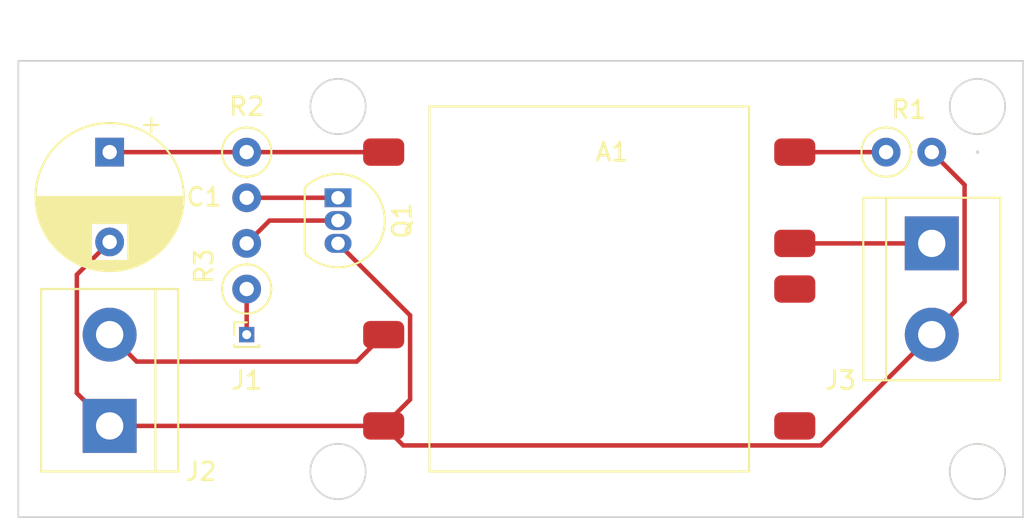
<source format=kicad_pcb>
(kicad_pcb (version 20211014) (generator pcbnew)
  (layers (0 "F.Cu" signal) (31 "B.Cu" signal) (34 "B.Paste" user) (35 "F.Paste" user) (36 "B.SilkS" user "B.Silkscreen") (37 "F.SilkS" user "F.Silkscreen") (38 "B.Mask" user) (39 "F.Mask" user) (44 "Edge.Cuts" user))
  (net 0 "")
  (net 1 "Net-(A1-Pad1)")
  (net 2 "+12V")
  (net 3 "GND")
  (net 6 "+5V")
  (net 7 "Net-(A1-Pad7)")
  (net 8 "Net-(J1-Pad1)")
  (net 9 "Net-(Q1-Pad1)")
  (net 10 "Net-(Q1-Pad2)")
  (footprint "Package_TO_SOT_THT:TO-92_Inline" (layer "F.Cu") (at 101.6 83.82 -90)
    (fp_text reference "Q1" (at 1.27 -3.56 90) (layer "F.SilkS"))
    (fp_text value "BC548")
    (fp_line (start -0.53 1.85) (end 3.07 1.85) (layer "F.SilkS") (width 0.12))
    (fp_arc (start 1.27 -2.6) (mid 3.672087 -0.994977) (end 3.108478 1.838478) (layer "F.SilkS") (width 0.12))
    (fp_arc (start -0.568478 1.838478) (mid -1.132087 -0.994977) (end 1.27 -2.6) (layer "F.SilkS") (width 0.12))
    (pad "1" thru_hole rect (at 0 0 270) (size 1.05 1.5) (drill 0.75) (layers *.Cu *.Mask) (net 9 "Net-(Q1-Pad1)"))
    (pad "2" thru_hole oval (at 1.27 0 270) (size 1.05 1.5) (drill 0.75) (layers *.Cu *.Mask) (net 10 "Net-(Q1-Pad2)"))
    (pad "3" thru_hole oval (at 2.54 0 270) (size 1.05 1.5) (drill 0.75) (layers *.Cu *.Mask) (net 3 "GND"))
  )
  (footprint "Connector_PinHeader_1.00mm:PinHeader_1x01_P1.00mm_Vertical" (layer "F.Cu") (at 96.52 91.44)
    (fp_text reference "J1" (at 0 2.54) (layer "F.SilkS"))
    (fp_text value "GPIO in")
    (fp_line (start -0.695 0) (end -0.695 -0.685) (layer "F.SilkS") (width 0.12))
    (fp_line (start -0.695 -0.685) (end 0 -0.685) (layer "F.SilkS") (width 0.12))
    (fp_line (start 0.608276 0.685) (end 0.695 0.685) (layer "F.SilkS") (width 0.12))
    (fp_line (start -0.695 0.685) (end -0.695 0.56) (layer "F.SilkS") (width 0.12))
    (fp_line (start -0.695 0.685) (end 0.695 0.685) (layer "F.SilkS") (width 0.12))
    (fp_line (start -0.695 0.685) (end -0.608276 0.685) (layer "F.SilkS") (width 0.12))
    (fp_line (start 0.695 0.685) (end 0.695 0.56) (layer "F.SilkS") (width 0.12))
    (pad "1" thru_hole rect (at 0 0) (size 0.85 0.85) (drill 0.5) (layers *.Cu *.Mask) (net 8 "Net-(J1-Pad1)"))
  )
  (footprint "Module:KIS-3R33S package" (layer "F.Cu") (at 116.84 86.36)
    (fp_text reference "A1" (at 0 -5.08 unlocked) (layer "F.SilkS"))
    (fp_text value "KIS-3R33")
    (fp_rect (start -10.16 -7.62) (end 7.62 12.7) (layer "F.SilkS") (width 0.12) (fill none))
    (pad "1" smd roundrect (at -12.7 -5.08) (size 2.286 1.524) (layers "F.Cu" "F.Paste" "F.Mask") (net 1 "Net-(A1-Pad1)"))
    (pad "2" smd roundrect (at -12.7 5.08) (size 2.286 1.524) (layers "F.Cu" "F.Paste" "F.Mask") (net 2 "+12V"))
    (pad "3" smd roundrect (at -12.7 10.16) (size 2.286 1.524) (layers "F.Cu" "F.Paste" "F.Mask") (net 3 "GND"))
    (pad "4" smd roundrect (at 10.16 10.16) (size 2.286 1.524) (layers "F.Cu" "F.Paste" "F.Mask"))
    (pad "5" smd roundrect (at 10.16 2.54) (size 2.286 1.524) (layers "F.Cu" "F.Paste" "F.Mask"))
    (pad "6" smd roundrect (at 10.16 0) (size 2.286 1.524) (layers "F.Cu" "F.Paste" "F.Mask") (net 6 "+5V"))
    (pad "7" smd roundrect (at 10.16 -5.08) (size 2.286 1.524) (layers "F.Cu" "F.Paste" "F.Mask") (net 7 "Net-(A1-Pad7)"))
  )
  (footprint "TerminalBlock:TerminalBlock_bornier-2_P5.08mm" (layer "F.Cu") (at 88.9 96.52 90)
    (fp_text reference "J2" (at -2.54 5.08) (layer "F.SilkS"))
    (fp_text value "BATT")
    (fp_line (start 7.62 3.81) (end 7.62 -3.81) (layer "F.SilkS") (width 0.12))
    (fp_line (start -2.54 3.81) (end 7.62 3.81) (layer "F.SilkS") (width 0.12))
    (fp_line (start 7.62 2.54) (end -2.54 2.54) (layer "F.SilkS") (width 0.12))
    (fp_line (start 7.62 -3.81) (end -2.54 -3.81) (layer "F.SilkS") (width 0.12))
    (fp_line (start -2.54 -3.81) (end -2.54 3.81) (layer "F.SilkS") (width 0.12))
    (pad "1" thru_hole rect (at 0 0 90) (size 3 3) (drill 1.52) (layers *.Cu *.Mask) (net 3 "GND"))
    (pad "2" thru_hole circle (at 5.08 0 90) (size 3 3) (drill 1.52) (layers *.Cu *.Mask) (net 2 "+12V"))
  )
  (footprint "Resistor_THT:R_Axial_DIN0207_L6.3mm_D2.5mm_P2.54mm_Vertical" (layer "F.Cu") (at 132.08 81.28)
    (fp_text reference "R1" (at 1.27 -2.37) (layer "F.SilkS"))
    (fp_text value "10k")
    (fp_line (start 1.37 0) (end 1.44 0) (layer "F.SilkS") (width 0.12))
    (fp_circle (center 0 0) (end 1.37 0) (layer "F.SilkS") (width 0.12) (fill none))
    (pad "1" thru_hole circle (at 0 0) (size 1.6 1.6) (drill 0.8) (layers *.Cu *.Mask) (net 7 "Net-(A1-Pad7)"))
    (pad "2" thru_hole oval (at 2.54 0) (size 1.6 1.6) (drill 0.8) (layers *.Cu *.Mask) (net 3 "GND"))
  )
  (footprint "Capacitor_THT:CP_Radial_D8.0mm_P5.00mm" (layer "F.Cu") (at 88.9 81.28 -90)
    (fp_text reference "C1" (at 2.5 -5.25) (layer "F.SilkS"))
    (fp_text value "220µ")
    (fp_line (start 5.581 1.04) (end 5.581 2.697) (layer "F.SilkS") (width 0.12))
    (fp_line (start 2.58 -4.08) (end 2.58 4.08) (layer "F.SilkS") (width 0.12))
    (fp_line (start 4.541 -3.54) (end 4.541 -1.04) (layer "F.SilkS") (width 0.12))
    (fp_line (start 4.981 -3.25) (end 4.981 -1.04) (layer "F.SilkS") (width 0.12))
    (fp_line (start 3.701 -3.902) (end 3.701 3.902) (layer "F.SilkS") (width 0.12))
    (fp_line (start 4.021 1.04) (end 4.021 3.79) (layer "F.SilkS") (width 0.12))
    (fp_line (start 6.261 -1.645) (end 6.261 1.645) (layer "F.SilkS") (width 0.12))
    (fp_line (start 5.581 -2.697) (end 5.581 -1.04) (layer "F.SilkS") (width 0.12))
    (fp_line (start 5.301 1.04) (end 5.301 2.983) (layer "F.SilkS") (width 0.12))
    (fp_line (start 2.74 -4.074) (end 2.74 4.074) (layer "F.SilkS") (width 0.12))
    (fp_line (start 3.221 -4.017) (end 3.221 4.017) (layer "F.SilkS") (width 0.12))
    (fp_line (start 3.341 -3.994) (end 3.341 3.994) (layer "F.SilkS") (width 0.12))
    (fp_line (start 5.981 1.04) (end 5.981 2.166) (layer "F.SilkS") (width 0.12))
    (fp_line (start 5.701 1.04) (end 5.701 2.556) (layer "F.SilkS") (width 0.12))
    (fp_line (start 5.101 -3.156) (end 5.101 -1.04) (layer "F.SilkS") (width 0.12))
    (fp_line (start 5.621 -2.651) (end 5.621 -1.04) (layer "F.SilkS") (width 0.12))
    (fp_line (start 3.541 -3.947) (end 3.541 3.947) (layer "F.SilkS") (width 0.12))
    (fp_line (start 3.381 -3.985) (end 3.381 3.985) (layer "F.SilkS") (width 0.12))
    (fp_line (start 4.701 1.04) (end 4.701 3.444) (layer "F.SilkS") (width 0.12))
    (fp_line (start 3.981 1.04) (end 3.981 3.805) (layer "F.SilkS") (width 0.12))
    (fp_line (start 5.541 1.04) (end 5.541 2.741) (layer "F.SilkS") (width 0.12))
    (fp_line (start 4.061 1.04) (end 4.061 3.774) (layer "F.SilkS") (width 0.12))
    (fp_line (start 6.181 -1.813) (end 6.181 1.813) (layer "F.SilkS") (width 0.12))
    (fp_line (start 4.501 -3.562) (end 4.501 -1.04) (layer "F.SilkS") (width 0.12))
    (fp_line (start 4.221 -3.704) (end 4.221 -1.04) (layer "F.SilkS") (width 0.12))
    (fp_line (start 4.021 -3.79) (end 4.021 -1.04) (layer "F.SilkS") (width 0.12))
    (fp_line (start 5.861 -2.345) (end 5.861 -1.04) (layer "F.SilkS") (width 0.12))
    (fp_line (start 4.101 1.04) (end 4.101 3.757) (layer "F.SilkS") (width 0.12))
    (fp_line (start 3.301 -4.002) (end 3.301 4.002) (layer "F.SilkS") (width 0.12))
    (fp_line (start 3.821 -3.863) (end 3.821 3.863) (layer "F.SilkS") (width 0.12))
    (fp_line (start 5.301 -2.983) (end 5.301 -1.04) (layer "F.SilkS") (width 0.12))
    (fp_line (start 5.621 1.04) (end 5.621 2.651) (layer "F.SilkS") (width 0.12))
    (fp_line (start 3.581 -3.936) (end 3.581 3.936) (layer "F.SilkS") (width 0.12))
    (fp_line (start 4.381 -3.627) (end 4.381 -1.04) (layer "F.SilkS") (width 0.12))
    (fp_line (start 3.941 -3.821) (end 3.941 3.821) (layer "F.SilkS") (width 0.12))
    (fp_line (start 5.381 -2.907) (end 5.381 -1.04) (layer "F.SilkS") (width 0.12))
    (fp_line (start 4.421 1.04) (end 4.421 3.606) (layer "F.SilkS") (width 0.12))
    (fp_line (start 5.221 -3.055) (end 5.221 -1.04) (layer "F.SilkS") (width 0.12))
    (fp_line (start 3.741 -3.889) (end 3.741 3.889) (layer "F.SilkS") (width 0.12))
    (fp_line (start 4.341 1.04) (end 4.341 3.647) (layer "F.SilkS") (width 0.12))
    (fp_line (start 6.221 -1.731) (end 6.221 1.731) (layer "F.SilkS") (width 0.12))
    (fp_line (start 3.861 -3.85) (end 3.861 3.85) (layer "F.SilkS") (width 0.12))
    (fp_line (start 2.9 -4.061) (end 2.9 4.061) (layer "F.SilkS") (width 0.12))
    (fp_line (start 4.781 -3.392) (end 4.781 -1.04) (layer "F.SilkS") (width 0.12))
    (fp_line (start 4.941 -3.28) (end 4.941 -1.04) (layer "F.SilkS") (width 0.12))
    (fp_line (start 5.461 1.04) (end 5.461 2.826) (layer "F.SilkS") (width 0.12))
    (fp_line (start 4.821 1.04) (end 4.821 3.365) (layer "F.SilkS") (width 0.12))
    (fp_line (start 2.62 -4.079) (end 2.62 4.079) (layer "F.SilkS") (width 0.12))
    (fp_line (start 3.621 -3.925) (end 3.621 3.925) (layer "F.SilkS") (width 0.12))
    (fp_line (start 6.581 -0.533) (end 6.581 0.533) (layer "F.SilkS") (width 0.12))
    (fp_line (start 5.141 -3.124) (end 5.141 -1.04) (layer "F.SilkS") (width 0.12))
    (fp_line (start 5.741 1.04) (end 5.741 2.505) (layer "F.SilkS") (width 0.12))
    (fp_line (start 3.14 -4.03) (end 3.14 4.03) (layer "F.SilkS") (width 0.12))
    (fp_line (start 4.261 -3.686) (end 4.261 -1.04) (layer "F.SilkS") (width 0.12))
    (fp_line (start 5.141 1.04) (end 5.141 3.124) (layer "F.SilkS") (width 0.12))
    (fp_line (start 4.661 -3.469) (end 4.661 -1.04) (layer "F.SilkS") (width 0.12))
    (fp_line (start 5.261 1.04) (end 5.261 3.019) (layer "F.SilkS") (width 0.12))
    (fp_line (start 5.901 1.04) (end 5.901 2.287) (layer "F.SilkS") (width 0.12))
    (fp_line (start 4.861 -3.338) (end 4.861 -1.04) (layer "F.SilkS") (width 0.12))
    (fp_line (start 2.5 -4.08) (end 2.5 4.08) (layer "F.SilkS") (width 0.12))
    (fp_line (start 4.701 -3.444) (end 4.701 -1.04) (layer "F.SilkS") (width 0.12))
    (fp_line (start 3.06 -4.042) (end 3.06 4.042) (layer "F.SilkS") (width 0.12))
    (fp_line (start 5.421 -2.867) (end 5.421 -1.04) (layer "F.SilkS") (width 0.12))
    (fp_line (start 5.821 -2.4) (end 5.821 -1.04) (layer "F.SilkS") (width 0.12))
    (fp_line (start 3.901 -3.835) (end 3.901 3.835) (layer "F.SilkS") (width 0.12))
    (fp_line (start 6.101 -1.964) (end 6.101 1.964) (layer "F.SilkS") (width 0.12))
    (fp_line (start 3.02 -4.048) (end 3.02 4.048) (layer "F.SilkS") (width 0.12))
    (fp_line (start 4.661 1.04) (end 4.661 3.469) (layer "F.SilkS") (width 0.12))
    (fp_line (start 5.181 -3.09) (end 5.181 -1.04) (layer "F.SilkS") (width 0.12))
    (fp_line (start 5.501 -2.784) (end 5.501 -1.04) (layer "F.SilkS") (width 0.12))
    (fp_line (start 4.461 -3.584) (end 4.461 -1.04) (layer "F.SilkS") (width 0.12))
    (fp_line (start 5.181 1.04) (end 5.181 3.09) (layer "F.SilkS") (width 0.12))
    (fp_line (start 6.501 -0.948) (end 6.501 0.948) (layer "F.SilkS") (width 0.12))
    (fp_line (start 4.181 1.04) (end 4.181 3.722) (layer "F.SilkS") (width 0.12))
    (fp_line (start 5.501 1.04) (end 5.501 2.784) (layer "F.SilkS") (width 0.12))
    (fp_line (start 3.661 -3.914) (end 3.661 3.914) (layer "F.SilkS") (width 0.12))
    (fp_line (start 5.421 1.04) (end 5.421 2.867) (layer "F.SilkS") (width 0.12))
    (fp_line (start 5.101 1.04) (end 5.101 3.156) (layer "F.SilkS") (width 0.12))
    (fp_line (start 5.781 1.04) (end 5.781 2.454) (layer "F.SilkS") (width 0.12))
    (fp_line (start 5.341 1.04) (end 5.341 2.945) (layer "F.SilkS") (width 0.12))
    (fp_line (start 5.461 -2.826) (end 5.461 -1.04) (layer "F.SilkS") (width 0.12))
    (fp_line (start 6.141 -1.89) (end 6.141 1.89) (layer "F.SilkS") (width 0.12))
    (fp_line (start 4.541 1.04) (end 4.541 3.54) (layer "F.SilkS") (width 0.12))
    (fp_line (start 5.981 -2.166) (end 5.981 -1.04) (layer "F.SilkS") (width 0.12))
    (fp_line (start 3.461 -3.967) (end 3.461 3.967) (layer "F.SilkS") (width 0.12))
    (fp_line (start 5.021 1.04) (end 5.021 3.22) (layer "F.SilkS") (width 0.12))
    (fp_line (start 6.341 -1.453) (end 6.341 1.453) (layer "F.SilkS") (width 0.12))
    (fp_line (start 5.901 -2.287) (end 5.901 -1.04) (layer "F.SilkS") (width 0.12))
    (fp_line (start 6.381 -1.346) (end 6.381 1.346) (layer "F.SilkS") (width 0.12))
    (fp_line (start 2.78 -4.071) (end 2.78 4.071) (layer "F.SilkS") (width 0.12))
    (fp_line (start 4.901 1.04) (end 4.901 3.309) (layer "F.SilkS") (width 0.12))
    (fp_line (start 5.781 -2.454) (end 5.781 -1.04) (layer "F.SilkS") (width 0.12))
    (fp_line (start 5.661 -2.604) (end 5.661 -1.04) (layer "F.SilkS") (width 0.12))
    (fp_line (start 4.221 1.04) (end 4.221 3.704) (layer "F.SilkS") (width 0.12))
    (fp_line (start 4.741 -3.418) (end 4.741 -1.04) (layer "F.SilkS") (width 0.12))
    (fp_line (start 4.981 1.04) (end 4.981 3.25) (layer "F.SilkS") (width 0.12))
    (fp_line (start 5.701 -2.556) (end 5.701 -1.04) (layer "F.SilkS") (width 0.12))
    (fp_line (start 4.861 1.04) (end 4.861 3.338) (layer "F.SilkS") (width 0.12))
    (fp_line (start -1.909698 -2.315) (end -1.109698 -2.315) (layer "F.SilkS") (width 0.12))
    (fp_line (start 5.861 1.04) (end 5.861 2.345) (layer "F.SilkS") (width 0.12))
    (fp_line (start 5.541 -2.741) (end 5.541 -1.04) (layer "F.SilkS") (width 0.12))
    (fp_line (start 3.18 -4.024) (end 3.18 4.024) (layer "F.SilkS") (width 0.12))
    (fp_line (start 4.741 1.04) (end 4.741 3.418) (layer "F.SilkS") (width 0.12))
    (fp_line (start 5.061 1.04) (end 5.061 3.189) (layer "F.SilkS") (width 0.12))
    (fp_line (start 5.021 -3.22) (end 5.021 -1.04) (layer "F.SilkS") (width 0.12))
    (fp_line (start 4.261 1.04) (end 4.261 3.686) (layer "F.SilkS") (width 0.12))
    (fp_line (start 2.7 -4.076) (end 2.7 4.076) (layer "F.SilkS") (width 0.12))
    (fp_line (start 5.741 -2.505) (end 5.741 -1.04) (layer "F.SilkS") (width 0.12))
    (fp_line (start 4.461 1.04) (end 4.461 3.584) (layer "F.SilkS") (width 0.12))
    (fp_line (start 4.061 -3.774) (end 4.061 -1.04) (layer "F.SilkS") (width 0.12))
    (fp_line (start 5.661 1.04) (end 5.661 2.604) (layer "F.SilkS") (width 0.12))
    (fp_line (start 2.54 -4.08) (end 2.54 4.08) (layer "F.SilkS") (width 0.12))
    (fp_line (start 4.781 1.04) (end 4.781 3.392) (layer "F.SilkS") (width 0.12))
    (fp_line (start 3.421 -3.976) (end 3.421 3.976) (layer "F.SilkS") (width 0.12))
    (fp_line (start 4.421 -3.606) (end 4.421 -1.04) (layer "F.SilkS") (width 0.12))
    (fp_line (start 2.94 -4.057) (end 2.94 4.057) (layer "F.SilkS") (width 0.12))
    (fp_line (start 3.981 -3.805) (end 3.981 -1.04) (layer "F.SilkS") (width 0.12))
    (fp_line (start 2.86 -4.065) (end 2.86 4.065) (layer "F.SilkS") (width 0.12))
    (fp_line (start 4.341 -3.647) (end 4.341 -1.04) (layer "F.SilkS") (width 0.12))
    (fp_line (start 5.821 1.04) (end 5.821 2.4) (layer "F.SilkS") (width 0.12))
    (fp_line (start 4.821 -3.365) (end 4.821 -1.04) (layer "F.SilkS") (width 0.12))
    (fp_line (start 4.501 1.04) (end 4.501 3.562) (layer "F.SilkS") (width 0.12))
    (fp_line (start 4.101 -3.757) (end 4.101 -1.04) (layer "F.SilkS") (width 0.12))
    (fp_line (start 4.141 1.04) (end 4.141 3.74) (layer "F.SilkS") (width 0.12))
    (fp_line (start 5.341 -2.945) (end 5.341 -1.04) (layer "F.SilkS") (width 0.12))
    (fp_line (start 3.781 -3.877) (end 3.781 3.877) (layer "F.SilkS") (width 0.12))
    (fp_line (start 6.021 1.04) (end 6.021 2.102) (layer "F.SilkS") (width 0.12))
    (fp_line (start 5.941 1.04) (end 5.941 2.228) (layer "F.SilkS") (width 0.12))
    (fp_line (start 6.461 -1.098) (end 6.461 1.098) (layer "F.SilkS") (width 0.12))
    (fp_line (start 4.301 -3.666) (end 4.301 -1.04) (layer "F.SilkS") (width 0.12))
    (fp_line (start 4.381 1.04) (end 4.381 3.627) (layer "F.SilkS") (width 0.12))
    (fp_line (start -1.509698 -2.715) (end -1.509698 -1.915) (layer "F.SilkS") (width 0.12))
    (fp_line (start 4.621 1.04) (end 4.621 3.493) (layer "F.SilkS") (width 0.12))
    (fp_line (start 4.941 1.04) (end 4.941 3.28) (layer "F.SilkS") (width 0.12))
    (fp_line (start 4.301 1.04) (end 4.301 3.666) (layer "F.SilkS") (width 0.12))
    (fp_line (start 5.381 1.04) (end 5.381 2.907) (layer "F.SilkS") (width 0.12))
    (fp_line (start 5.261 -3.019) (end 5.261 -1.04) (layer "F.SilkS") (width 0.12))
    (fp_line (start 3.501 -3.957) (end 3.501 3.957) (layer "F.SilkS") (width 0.12))
    (fp_line (start 6.301 -1.552) (end 6.301 1.552) (layer "F.SilkS") (width 0.12))
    (fp_line (start 4.141 -3.74) (end 4.141 -1.04) (layer "F.SilkS") (width 0.12))
    (fp_line (start 6.421 -1.229) (end 6.421 1.229) (layer "F.SilkS") (width 0.12))
    (fp_line (start 4.621 -3.493) (end 4.621 -1.04) (layer "F.SilkS") (width 0.12))
    (fp_line (start 2.98 -4.052) (end 2.98 4.052) (layer "F.SilkS") (width 0.12))
    (fp_line (start 5.221 1.04) (end 5.221 3.055) (layer "F.SilkS") (width 0.12))
    (fp_line (start 5.061 -3.189) (end 5.061 -1.04) (layer "F.SilkS") (width 0.12))
    (fp_line (start 4.581 -3.517) (end 4.581 -1.04) (layer "F.SilkS") (width 0.12))
    (fp_line (start 3.1 -4.037) (end 3.1 4.037) (layer "F.SilkS") (width 0.12))
    (fp_line (start 6.021 -2.102) (end 6.021 -1.04) (layer "F.SilkS") (width 0.12))
    (fp_line (start 3.261 -4.01) (end 3.261 4.01) (layer "F.SilkS") (width 0.12))
    (fp_line (start 6.061 -2.034) (end 6.061 2.034) (layer "F.SilkS") (width 0.12))
    (fp_line (start 5.941 -2.228) (end 5.941 -1.04) (layer "F.SilkS") (width 0.12))
    (fp_line (start 4.181 -3.722) (end 4.181 -1.04) (layer "F.SilkS") (width 0.12))
    (fp_line (start 6.541 -0.768) (end 6.541 0.768) (layer "F.SilkS") (width 0.12))
    (fp_line (start 4.581 1.04) (end 4.581 3.517) (layer "F.SilkS") (width 0.12))
    (fp_line (start 2.66 -4.077) (end 2.66 4.077) (layer "F.SilkS") (width 0.12))
    (fp_line (start 4.901 -3.309) (end 4.901 -1.04) (layer "F.SilkS") (width 0.12))
    (fp_line (start 2.82 -4.068) (end 2.82 4.068) (layer "F.SilkS") (width 0.12))
    (fp_circle (center 2.5 0) (end 6.62 0) (layer "F.SilkS") (width 0.12) (fill none))
    (pad "1" thru_hole rect (at 0 0 270) (size 1.6 1.6) (drill 0.8) (layers *.Cu *.Mask) (net 1 "Net-(A1-Pad1)"))
    (pad "2" thru_hole circle (at 5 0 270) (size 1.6 1.6) (drill 0.8) (layers *.Cu *.Mask) (net 3 "GND"))
  )
  (footprint "TerminalBlock:TerminalBlock_bornier-2_P5.08mm" (layer "F.Cu") (at 134.62 86.36 -90)
    (fp_text reference "J3" (at 7.62 5.08) (layer "F.SilkS"))
    (fp_text value "rPi 5V")
    (fp_line (start 7.62 2.54) (end -2.54 2.54) (layer "F.SilkS") (width 0.12))
    (fp_line (start -2.54 3.81) (end 7.62 3.81) (layer "F.SilkS") (width 0.12))
    (fp_line (start -2.54 -3.81) (end -2.54 3.81) (layer "F.SilkS") (width 0.12))
    (fp_line (start 7.62 3.81) (end 7.62 -3.81) (layer "F.SilkS") (width 0.12))
    (fp_line (start 7.62 -3.81) (end -2.54 -3.81) (layer "F.SilkS") (width 0.12))
    (pad "1" thru_hole rect (at 0 0 270) (size 3 3) (drill 1.52) (layers *.Cu *.Mask) (net 6 "+5V"))
    (pad "2" thru_hole circle (at 5.08 0 270) (size 3 3) (drill 1.52) (layers *.Cu *.Mask) (net 3 "GND"))
  )
  (footprint "Resistor_THT:R_Axial_DIN0207_L6.3mm_D2.5mm_P2.54mm_Vertical" (layer "F.Cu") (at 96.52 81.28 -90)
    (fp_text reference "R2" (at -2.54 0) (layer "F.SilkS"))
    (fp_text value "220")
    (fp_line (start 1.37 0) (end 1.44 0) (layer "F.SilkS") (width 0.12))
    (fp_circle (center 0 0) (end 1.37 0) (layer "F.SilkS") (width 0.12) (fill none))
    (pad "1" thru_hole circle (at 0 0 270) (size 1.6 1.6) (drill 0.8) (layers *.Cu *.Mask) (net 1 "Net-(A1-Pad1)"))
    (pad "2" thru_hole oval (at 2.54 0 270) (size 1.6 1.6) (drill 0.8) (layers *.Cu *.Mask) (net 9 "Net-(Q1-Pad1)"))
  )
  (footprint "Resistor_THT:R_Axial_DIN0207_L6.3mm_D2.5mm_P2.54mm_Vertical" (layer "F.Cu") (at 96.52 88.9 90)
    (fp_text reference "R3" (at 1.27 -2.37 90) (layer "F.SilkS"))
    (fp_text value "4k7")
    (fp_line (start 1.37 0) (end 1.44 0) (layer "F.SilkS") (width 0.12))
    (fp_circle (center 0 0) (end 1.37 0) (layer "F.SilkS") (width 0.12) (fill none))
    (pad "1" thru_hole circle (at 0 0 90) (size 1.6 1.6) (drill 0.8) (layers *.Cu *.Mask) (net 8 "Net-(J1-Pad1)"))
    (pad "2" thru_hole oval (at 2.54 0 90) (size 1.6 1.6) (drill 0.8) (layers *.Cu *.Mask) (net 10 "Net-(Q1-Pad2)"))
  )
  (gr_circle (center 137.16 81.28) (end 137.16 81.28) (layer "Edge.Cuts") (width 0.1) (fill none))
  (gr_rect (start 83.82 76.2) (end 139.7 101.6) (layer "Edge.Cuts") (width 0.1) (fill none))
  (gr_circle (center 101.6 78.74) (end 103.14 78.74) (layer "Edge.Cuts") (width 0.1) (fill none))
  (gr_circle (center 137.16 99.06) (end 138.7 99.06) (layer "Edge.Cuts") (width 0.1) (fill none))
  (gr_circle (center 101.6 99.06) (end 103.14 99.06) (layer "Edge.Cuts") (width 0.1) (fill none))
  (gr_circle (center 137.16 78.74) (end 138.7 78.74) (layer "Edge.Cuts") (width 0.1) (fill none))
  (segment (start 104.14 81.28) (end 88.9 81.28) (width 0.25) (layer "F.Cu") (net 1))
  (segment (start 102.64 92.94) (end 104.14 91.44) (width 0.25) (layer "F.Cu") (net 2))
  (segment (start 88.9 91.44) (end 90.4 92.94) (width 0.25) (layer "F.Cu") (net 2))
  (segment (start 90.4 92.94) (end 102.64 92.94) (width 0.25) (layer "F.Cu") (net 2))
  (segment (start 136.444511 83.104511) (end 136.444511 89.615489) (width 0.25) (layer "F.Cu") (net 3))
  (segment (start 105.60752 95.05248) (end 104.14 96.52) (width 0.25) (layer "F.Cu") (net 3))
  (segment (start 88.9 96.52) (end 87.075489 94.695489) (width 0.25) (layer "F.Cu") (net 3))
  (segment (start 87.075489 94.695489) (end 87.075489 88.104511) (width 0.25) (layer "F.Cu") (net 3))
  (segment (start 134.62 81.28) (end 136.444511 83.104511) (width 0.25) (layer "F.Cu") (net 3))
  (segment (start 105.60752 90.36752) (end 105.60752 95.05248) (width 0.25) (layer "F.Cu") (net 3))
  (segment (start 87.075489 88.104511) (end 88.9 86.28) (width 0.25) (layer "F.Cu") (net 3))
  (segment (start 128.45348 97.60652) (end 134.62 91.44) (width 0.25) (layer "F.Cu") (net 3))
  (segment (start 101.6 86.36) (end 105.60752 90.36752) (width 0.25) (layer "F.Cu") (net 3))
  (segment (start 105.22652 97.60652) (end 128.45348 97.60652) (width 0.25) (layer "F.Cu") (net 3))
  (segment (start 104.14 96.52) (end 105.22652 97.60652) (width 0.25) (layer "F.Cu") (net 3))
  (segment (start 136.444511 89.615489) (end 134.62 91.44) (width 0.25) (layer "F.Cu") (net 3))
  (segment (start 88.9 96.52) (end 104.14 96.52) (width 0.25) (layer "F.Cu") (net 3))
  (segment (start 127 86.36) (end 134.62 86.36) (width 0.25) (layer "F.Cu") (net 6))
  (segment (start 127 81.28) (end 132.08 81.28) (width 0.25) (layer "F.Cu") (net 7))
  (segment (start 96.52 88.9) (end 96.52 90.99048) (width 0.25) (layer "F.Cu") (net 8))
  (segment (start 96.52 83.82) (end 101.6 83.82) (width 0.25) (layer "F.Cu") (net 9))
  (segment (start 97.79 85.09) (end 101.6 85.09) (width 0.25) (layer "F.Cu") (net 10))
  (segment (start 96.52 86.36) (end 97.79 85.09) (width 0.25) (layer "F.Cu") (net 10))
)
</source>
